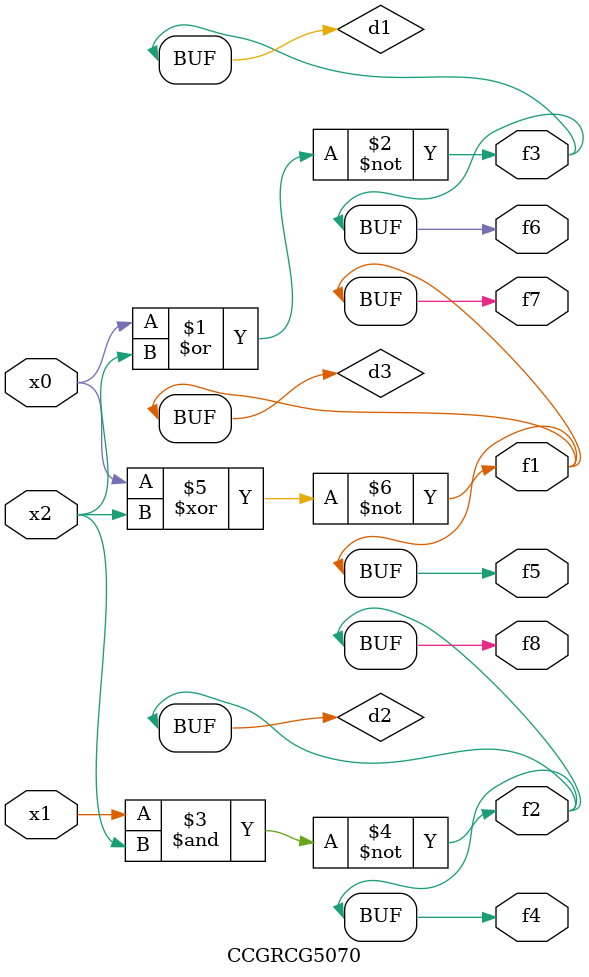
<source format=v>
module CCGRCG5070(
	input x0, x1, x2,
	output f1, f2, f3, f4, f5, f6, f7, f8
);

	wire d1, d2, d3;

	nor (d1, x0, x2);
	nand (d2, x1, x2);
	xnor (d3, x0, x2);
	assign f1 = d3;
	assign f2 = d2;
	assign f3 = d1;
	assign f4 = d2;
	assign f5 = d3;
	assign f6 = d1;
	assign f7 = d3;
	assign f8 = d2;
endmodule

</source>
